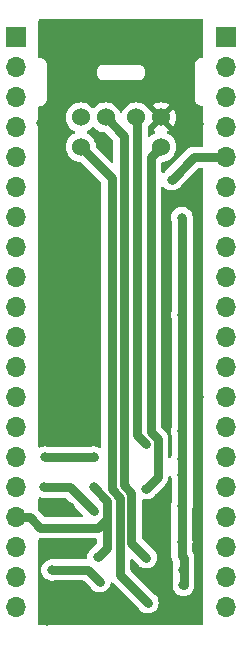
<source format=gbr>
%TF.GenerationSoftware,KiCad,Pcbnew,6.0.11+dfsg-1*%
%TF.CreationDate,2024-09-22T16:02:17-05:00*%
%TF.ProjectId,ps2_pico_hat,7073325f-7069-4636-9f5f-6861742e6b69,rev?*%
%TF.SameCoordinates,Original*%
%TF.FileFunction,Copper,L2,Bot*%
%TF.FilePolarity,Positive*%
%FSLAX46Y46*%
G04 Gerber Fmt 4.6, Leading zero omitted, Abs format (unit mm)*
G04 Created by KiCad (PCBNEW 6.0.11+dfsg-1) date 2024-09-22 16:02:17*
%MOMM*%
%LPD*%
G01*
G04 APERTURE LIST*
%TA.AperFunction,ComponentPad*%
%ADD10R,1.700000X1.700000*%
%TD*%
%TA.AperFunction,ComponentPad*%
%ADD11O,1.700000X1.700000*%
%TD*%
%TA.AperFunction,ComponentPad*%
%ADD12C,1.524000*%
%TD*%
%TA.AperFunction,ViaPad*%
%ADD13C,0.800000*%
%TD*%
%TA.AperFunction,Conductor*%
%ADD14C,0.750000*%
%TD*%
G04 APERTURE END LIST*
D10*
%TO.P,J1,1,Pin_1*%
%TO.N,unconnected-(J1-Pad1)*%
X99949000Y-80010000D03*
D11*
%TO.P,J1,2,Pin_2*%
%TO.N,unconnected-(J1-Pad2)*%
X99949000Y-82550000D03*
%TO.P,J1,3,GND*%
%TO.N,/GND*%
X99949000Y-85090000D03*
%TO.P,J1,4,Pin_4*%
%TO.N,unconnected-(J1-Pad4)*%
X99949000Y-87630000D03*
%TO.P,J1,5,Pin_5*%
%TO.N,unconnected-(J1-Pad5)*%
X99949000Y-90170000D03*
%TO.P,J1,6,Pin_6*%
%TO.N,unconnected-(J1-Pad6)*%
X99949000Y-92710000D03*
%TO.P,J1,7,Pin_7*%
%TO.N,unconnected-(J1-Pad7)*%
X99949000Y-95250000D03*
%TO.P,J1,8,GND*%
%TO.N,/GND*%
X99949000Y-97790000D03*
%TO.P,J1,9,Pin_9*%
%TO.N,unconnected-(J1-Pad9)*%
X99949000Y-100330000D03*
%TO.P,J1,10,Pin_10*%
%TO.N,unconnected-(J1-Pad10)*%
X99949000Y-102870000D03*
%TO.P,J1,11,Pin_11*%
%TO.N,unconnected-(J1-Pad11)*%
X99949000Y-105410000D03*
%TO.P,J1,12,Pin_12*%
%TO.N,unconnected-(J1-Pad12)*%
X99949000Y-107950000D03*
%TO.P,J1,13,GND*%
%TO.N,/GND*%
X99949000Y-110490000D03*
%TO.P,J1,14,Pin_14*%
%TO.N,unconnected-(J1-Pad14)*%
X99949000Y-113030000D03*
%TO.P,J1,15,Pin_15*%
%TO.N,/LV1*%
X99949000Y-115570000D03*
%TO.P,J1,16,Pin_16*%
%TO.N,/LV2*%
X99949000Y-118110000D03*
%TO.P,J1,17,LV*%
%TO.N,LV*%
X99949000Y-120650000D03*
%TO.P,J1,18,GND*%
%TO.N,/GND*%
X99949000Y-123190000D03*
%TO.P,J1,19,Pin_19*%
%TO.N,/LV3*%
X99949000Y-125730000D03*
%TO.P,J1,20,Pin_20*%
%TO.N,/LV4*%
X99949000Y-128270000D03*
%TD*%
%TO.P,J3,21,Pin_21*%
%TO.N,unconnected-(J3-Pad21)*%
X117729000Y-128270000D03*
%TO.P,J3,22,Pin_22*%
%TO.N,unconnected-(J3-Pad22)*%
X117729000Y-125730000D03*
%TO.P,J3,23,GND*%
%TO.N,/GND*%
X117729000Y-123190000D03*
%TO.P,J3,24,Pin_24*%
%TO.N,unconnected-(J3-Pad24)*%
X117729000Y-120650000D03*
%TO.P,J3,25,Pin_25*%
%TO.N,unconnected-(J3-Pad25)*%
X117729000Y-118110000D03*
%TO.P,J3,26,Pin_26*%
%TO.N,unconnected-(J3-Pad26)*%
X117729000Y-115570000D03*
%TO.P,J3,27,Pin_27*%
%TO.N,unconnected-(J3-Pad27)*%
X117729000Y-113030000D03*
%TO.P,J3,28,GND*%
%TO.N,/GND*%
X117729000Y-110490000D03*
%TO.P,J3,29,Pin_29*%
%TO.N,unconnected-(J3-Pad29)*%
X117729000Y-107950000D03*
%TO.P,J3,30,Pin_30*%
%TO.N,unconnected-(J3-Pad30)*%
X117729000Y-105410000D03*
%TO.P,J3,31,Pin_31*%
%TO.N,unconnected-(J3-Pad31)*%
X117729000Y-102870000D03*
%TO.P,J3,32,Pin_32*%
%TO.N,unconnected-(J3-Pad32)*%
X117729000Y-100330000D03*
%TO.P,J3,33,Pin_33*%
%TO.N,unconnected-(J3-Pad33)*%
X117729000Y-97790000D03*
%TO.P,J3,34,Pin_34*%
%TO.N,unconnected-(J3-Pad34)*%
X117729000Y-95250000D03*
%TO.P,J3,35,Pin_35*%
%TO.N,unconnected-(J3-Pad35)*%
X117729000Y-92710000D03*
%TO.P,J3,36,LV*%
%TO.N,LV*%
X117729000Y-90170000D03*
%TO.P,J3,37,Pin_37*%
%TO.N,unconnected-(J3-Pad37)*%
X117729000Y-87630000D03*
%TO.P,J3,38,GND*%
%TO.N,/GND*%
X117729000Y-85090000D03*
%TO.P,J3,39,Pin_39*%
%TO.N,unconnected-(J3-Pad39)*%
X117729000Y-82550000D03*
D10*
%TO.P,J3,40,Pin_40*%
%TO.N,HV*%
X117729000Y-80010000D03*
%TD*%
D12*
%TO.P,Mini-DIN-6,1*%
%TO.N,/HV3*%
X107550000Y-86800000D03*
%TO.P,Mini-DIN-6,2*%
%TO.N,/HV1*%
X110150000Y-86800000D03*
%TO.P,Mini-DIN-6,3*%
%TO.N,HV*%
X105450000Y-86800000D03*
%TO.P,Mini-DIN-6,4*%
%TO.N,/GND*%
X112250000Y-86800000D03*
%TO.P,Mini-DIN-6,5*%
%TO.N,/HV4*%
X105450000Y-89300000D03*
%TO.P,Mini-DIN-6,6*%
%TO.N,/HV2*%
X112250000Y-89300000D03*
%TD*%
D13*
%TO.N,/LV3*%
X103016500Y-125114500D03*
X107061000Y-126111000D03*
%TO.N,/GND*%
X115316000Y-121920000D03*
X115189000Y-129159000D03*
X107188000Y-88900000D03*
X111633000Y-84582000D03*
X102108000Y-87249000D03*
X115443000Y-110490000D03*
X110871000Y-125857000D03*
X115443000Y-87376000D03*
X102616000Y-129413000D03*
X102235000Y-123190000D03*
X102870000Y-97790000D03*
X102362000Y-110490000D03*
X106426000Y-104394000D03*
X106299000Y-111633000D03*
X104902000Y-92710000D03*
X113538000Y-79756000D03*
X103505000Y-80391000D03*
X104521000Y-119761000D03*
X104013000Y-126492000D03*
%TO.N,LV*%
X106553000Y-118110000D03*
X113157000Y-92075000D03*
X106911500Y-124056500D03*
%TO.N,/LV2*%
X106553000Y-120142000D03*
X102362000Y-118110000D03*
%TO.N,/LV1*%
X106553000Y-115570000D03*
X102401000Y-115570000D03*
%TO.N,/HV1*%
X110998000Y-114427000D03*
%TO.N,/HV2*%
X110998000Y-118237000D03*
%TO.N,/HV3*%
X110998000Y-124079000D03*
%TO.N,/HV4*%
X111125000Y-127889000D03*
%TO.N,HV*%
X114007000Y-122721000D03*
X114007000Y-117094000D03*
X114007000Y-119673000D03*
X114007000Y-113372000D03*
X114007000Y-95289000D03*
X114007000Y-103544000D03*
X114007000Y-115736000D03*
X114134000Y-126404000D03*
X114134000Y-125095000D03*
%TD*%
D14*
%TO.N,/LV3*%
X106064500Y-125114500D02*
X107061000Y-126111000D01*
X103016500Y-125114500D02*
X106064500Y-125114500D01*
%TO.N,LV*%
X115062000Y-90170000D02*
X117729000Y-90170000D01*
X102040081Y-121539000D02*
X106934000Y-121539000D01*
X106553000Y-118110000D02*
X107696000Y-119253000D01*
X107696000Y-123272000D02*
X106911500Y-124056500D01*
X107696000Y-121539000D02*
X107696000Y-123272000D01*
X107696000Y-119253000D02*
X107696000Y-121539000D01*
X101151081Y-120650000D02*
X102040081Y-121539000D01*
X113157000Y-92075000D02*
X115062000Y-90170000D01*
X99949000Y-120650000D02*
X101151081Y-120650000D01*
X106934000Y-121539000D02*
X107696000Y-120777000D01*
%TO.N,/LV2*%
X102362000Y-118110000D02*
X104521000Y-118110000D01*
X104521000Y-118110000D02*
X106553000Y-120142000D01*
%TO.N,/LV1*%
X106553000Y-115570000D02*
X102401000Y-115570000D01*
%TO.N,/HV1*%
X110300200Y-86950200D02*
X110150000Y-86800000D01*
X110998000Y-114427000D02*
X110236000Y-113665000D01*
X110236000Y-113665000D02*
X110236000Y-86886000D01*
X110236000Y-86886000D02*
X110150000Y-86800000D01*
%TO.N,/HV2*%
X111976200Y-114021816D02*
X111976200Y-117258800D01*
X111379000Y-113424616D02*
X111976200Y-114021816D01*
X111976200Y-117258800D02*
X110998000Y-118237000D01*
X112250000Y-89300000D02*
X111379000Y-90171000D01*
X111379000Y-90171000D02*
X111379000Y-113424616D01*
%TO.N,/HV3*%
X110998000Y-124079000D02*
X109729400Y-122810400D01*
X109093000Y-88343000D02*
X107550000Y-86800000D01*
X109729400Y-122810400D02*
X109729400Y-118590344D01*
X109093000Y-117953944D02*
X109093000Y-88343000D01*
X109729400Y-118590344D02*
X109093000Y-117953944D01*
%TO.N,/HV4*%
X111125000Y-127889000D02*
X108776200Y-125540200D01*
X108077000Y-118285972D02*
X108077000Y-91927000D01*
X108776200Y-118985172D02*
X108077000Y-118285972D01*
X108776200Y-125540200D02*
X108776200Y-118985172D01*
X108077000Y-91927000D02*
X105450000Y-89300000D01*
%TO.N,HV*%
X114046000Y-113333000D02*
X114007000Y-113372000D01*
X114007000Y-119673000D02*
X114007000Y-122721000D01*
X114046000Y-119634000D02*
X114007000Y-119673000D01*
X114046000Y-95377000D02*
X114046000Y-113333000D01*
X114173000Y-124079000D02*
X114173000Y-126365000D01*
X114173000Y-126365000D02*
X114134000Y-126404000D01*
X114007000Y-122721000D02*
X114007000Y-123913000D01*
X114007000Y-123913000D02*
X114173000Y-124079000D01*
X114046000Y-113411000D02*
X114046000Y-119634000D01*
X114007000Y-113372000D02*
X114046000Y-113411000D01*
%TD*%
%TA.AperFunction,Conductor*%
%TO.N,/GND*%
G36*
X115766121Y-91073502D02*
G01*
X115812614Y-91127158D01*
X115824000Y-91179500D01*
X115824000Y-129667500D01*
X115803998Y-129735621D01*
X115750342Y-129782114D01*
X115698000Y-129793500D01*
X101980000Y-129793500D01*
X101911879Y-129773498D01*
X101865386Y-129719842D01*
X101854000Y-129667500D01*
X101854000Y-125149687D01*
X101863606Y-125116973D01*
X101856056Y-125101980D01*
X101854000Y-125079313D01*
X101854000Y-122547746D01*
X101874002Y-122479625D01*
X101927658Y-122433132D01*
X101987124Y-122423434D01*
X101987200Y-122421983D01*
X101990502Y-122422156D01*
X101993775Y-122422500D01*
X102013636Y-122422500D01*
X102020231Y-122422673D01*
X102079983Y-122425805D01*
X102079987Y-122425805D01*
X102086574Y-122426150D01*
X102099828Y-122424051D01*
X102119537Y-122422500D01*
X106686500Y-122422500D01*
X106754621Y-122442502D01*
X106801114Y-122496158D01*
X106812500Y-122548500D01*
X106812500Y-122853853D01*
X106792498Y-122921974D01*
X106775595Y-122942948D01*
X106455957Y-123262586D01*
X106440923Y-123275427D01*
X106305591Y-123373751D01*
X106305589Y-123373753D01*
X106300247Y-123377634D01*
X106172460Y-123519556D01*
X106151711Y-123555494D01*
X106091297Y-123660135D01*
X106076973Y-123684944D01*
X106017958Y-123866572D01*
X106017268Y-123873133D01*
X106017268Y-123873135D01*
X106006135Y-123979059D01*
X105997996Y-124056500D01*
X105998686Y-124063065D01*
X105998686Y-124063066D01*
X106001709Y-124091831D01*
X105988936Y-124161669D01*
X105940434Y-124213515D01*
X105876399Y-124231000D01*
X103242847Y-124231000D01*
X103216650Y-124228247D01*
X103118444Y-124207372D01*
X103118439Y-124207372D01*
X103111987Y-124206000D01*
X102921013Y-124206000D01*
X102914561Y-124207372D01*
X102914556Y-124207372D01*
X102831696Y-124224985D01*
X102734212Y-124245706D01*
X102728182Y-124248391D01*
X102728181Y-124248391D01*
X102565778Y-124320697D01*
X102565776Y-124320698D01*
X102559748Y-124323382D01*
X102554407Y-124327262D01*
X102554406Y-124327263D01*
X102504343Y-124363636D01*
X102405247Y-124435634D01*
X102400826Y-124440544D01*
X102400825Y-124440545D01*
X102299406Y-124553183D01*
X102277460Y-124577556D01*
X102262747Y-124603040D01*
X102189184Y-124730455D01*
X102181973Y-124742944D01*
X102122958Y-124924572D01*
X102122268Y-124931133D01*
X102122268Y-124931135D01*
X102105310Y-125092483D01*
X102098142Y-125109904D01*
X102100896Y-125114189D01*
X102105310Y-125136517D01*
X102122958Y-125304428D01*
X102181973Y-125486056D01*
X102277460Y-125651444D01*
X102405247Y-125793366D01*
X102494983Y-125858563D01*
X102554123Y-125901531D01*
X102559748Y-125905618D01*
X102565776Y-125908302D01*
X102565778Y-125908303D01*
X102594458Y-125921072D01*
X102734212Y-125983294D01*
X102816350Y-126000753D01*
X102914556Y-126021628D01*
X102914561Y-126021628D01*
X102921013Y-126023000D01*
X103111987Y-126023000D01*
X103118439Y-126021628D01*
X103118444Y-126021628D01*
X103216650Y-126000753D01*
X103242847Y-125998000D01*
X105646351Y-125998000D01*
X105714472Y-126018002D01*
X105735446Y-126034904D01*
X106273994Y-126573451D01*
X106294018Y-126599547D01*
X106301706Y-126612862D01*
X106321960Y-126647944D01*
X106326378Y-126652851D01*
X106326379Y-126652852D01*
X106431203Y-126769271D01*
X106449747Y-126789866D01*
X106604248Y-126902118D01*
X106610276Y-126904802D01*
X106610278Y-126904803D01*
X106772681Y-126977109D01*
X106778712Y-126979794D01*
X106872112Y-126999647D01*
X106959056Y-127018128D01*
X106959061Y-127018128D01*
X106965513Y-127019500D01*
X107156487Y-127019500D01*
X107162939Y-127018128D01*
X107162944Y-127018128D01*
X107249888Y-126999647D01*
X107343288Y-126979794D01*
X107349319Y-126977109D01*
X107511722Y-126904803D01*
X107511724Y-126904802D01*
X107517752Y-126902118D01*
X107672253Y-126789866D01*
X107690797Y-126769271D01*
X107795621Y-126652852D01*
X107795622Y-126652851D01*
X107800040Y-126647944D01*
X107864466Y-126536355D01*
X107892223Y-126488279D01*
X107892224Y-126488278D01*
X107895527Y-126482556D01*
X107954542Y-126300928D01*
X107956159Y-126285550D01*
X107958175Y-126266364D01*
X107985189Y-126200708D01*
X108043411Y-126160079D01*
X108114356Y-126157376D01*
X108171658Y-126191931D01*
X108172442Y-126191060D01*
X108176962Y-126195130D01*
X108177120Y-126195225D01*
X108181766Y-126200385D01*
X108192626Y-126208275D01*
X108207654Y-126221112D01*
X110337992Y-128351449D01*
X110358016Y-128377544D01*
X110382658Y-128420226D01*
X110382661Y-128420231D01*
X110385960Y-128425944D01*
X110513747Y-128567866D01*
X110668248Y-128680118D01*
X110674276Y-128682802D01*
X110674278Y-128682803D01*
X110836681Y-128755109D01*
X110842712Y-128757794D01*
X110936113Y-128777647D01*
X111023056Y-128796128D01*
X111023061Y-128796128D01*
X111029513Y-128797500D01*
X111220487Y-128797500D01*
X111226939Y-128796128D01*
X111226944Y-128796128D01*
X111313887Y-128777647D01*
X111407288Y-128757794D01*
X111413319Y-128755109D01*
X111575722Y-128682803D01*
X111575724Y-128682802D01*
X111581752Y-128680118D01*
X111736253Y-128567866D01*
X111864040Y-128425944D01*
X111959527Y-128260556D01*
X112018542Y-128078928D01*
X112038504Y-127889000D01*
X112018542Y-127699072D01*
X111959527Y-127517444D01*
X111864040Y-127352056D01*
X111736253Y-127210134D01*
X111715586Y-127195118D01*
X111595576Y-127107926D01*
X111580542Y-127095085D01*
X109696605Y-125211147D01*
X109662579Y-125148835D01*
X109659700Y-125122052D01*
X109659700Y-124294348D01*
X109679702Y-124226227D01*
X109733358Y-124179734D01*
X109803632Y-124169630D01*
X109868212Y-124199124D01*
X109874795Y-124205253D01*
X110210994Y-124541452D01*
X110231018Y-124567547D01*
X110258960Y-124615944D01*
X110386747Y-124757866D01*
X110485843Y-124829864D01*
X110510280Y-124847618D01*
X110541248Y-124870118D01*
X110547276Y-124872802D01*
X110547278Y-124872803D01*
X110709681Y-124945109D01*
X110715712Y-124947794D01*
X110809112Y-124967647D01*
X110896056Y-124986128D01*
X110896061Y-124986128D01*
X110902513Y-124987500D01*
X111093487Y-124987500D01*
X111099939Y-124986128D01*
X111099944Y-124986128D01*
X111186888Y-124967647D01*
X111280288Y-124947794D01*
X111286319Y-124945109D01*
X111448722Y-124872803D01*
X111448724Y-124872802D01*
X111454752Y-124870118D01*
X111485721Y-124847618D01*
X111510157Y-124829864D01*
X111609253Y-124757866D01*
X111737040Y-124615944D01*
X111832527Y-124450556D01*
X111891542Y-124268928D01*
X111892315Y-124261579D01*
X111910814Y-124085565D01*
X111911504Y-124079000D01*
X111903868Y-124006346D01*
X111892232Y-123895635D01*
X111892232Y-123895633D01*
X111891542Y-123889072D01*
X111832527Y-123707444D01*
X111816233Y-123679221D01*
X111740341Y-123547774D01*
X111737040Y-123542056D01*
X111721930Y-123525274D01*
X111613675Y-123405045D01*
X111613674Y-123405044D01*
X111609253Y-123400134D01*
X111468578Y-123297927D01*
X111453545Y-123285087D01*
X110649805Y-122481347D01*
X110615779Y-122419035D01*
X110612900Y-122392252D01*
X110612900Y-119239538D01*
X110632902Y-119171417D01*
X110686558Y-119124924D01*
X110756832Y-119114820D01*
X110765092Y-119116290D01*
X110798233Y-119123334D01*
X110896056Y-119144128D01*
X110896061Y-119144128D01*
X110902513Y-119145500D01*
X111093487Y-119145500D01*
X111099939Y-119144128D01*
X111099944Y-119144128D01*
X111190289Y-119124924D01*
X111280288Y-119105794D01*
X111286319Y-119103109D01*
X111448722Y-119030803D01*
X111448724Y-119030802D01*
X111454752Y-119028118D01*
X111469879Y-119017128D01*
X111565567Y-118947606D01*
X111609253Y-118915866D01*
X111737040Y-118773944D01*
X111764982Y-118725548D01*
X111785004Y-118699454D01*
X112544745Y-117939712D01*
X112559781Y-117926870D01*
X112570634Y-117918985D01*
X112615095Y-117869606D01*
X112619636Y-117864821D01*
X112633672Y-117850785D01*
X112646169Y-117835353D01*
X112650453Y-117830338D01*
X112690483Y-117785880D01*
X112690487Y-117785875D01*
X112694904Y-117780969D01*
X112701612Y-117769351D01*
X112712807Y-117753063D01*
X112717090Y-117747774D01*
X112717091Y-117747773D01*
X112721248Y-117742639D01*
X112751414Y-117683434D01*
X112754537Y-117677681D01*
X112787764Y-117620131D01*
X112789806Y-117613847D01*
X112789808Y-117613842D01*
X112791908Y-117607379D01*
X112799472Y-117589117D01*
X112802563Y-117583051D01*
X112802566Y-117583042D01*
X112805562Y-117577163D01*
X112815130Y-117541454D01*
X112822756Y-117512996D01*
X112824622Y-117506694D01*
X112845154Y-117443502D01*
X112846555Y-117430172D01*
X112850158Y-117410729D01*
X112853630Y-117397771D01*
X112854143Y-117387996D01*
X112856279Y-117347227D01*
X112857107Y-117331428D01*
X112857624Y-117324859D01*
X112859700Y-117305106D01*
X112859700Y-117285245D01*
X112859873Y-117278650D01*
X112860273Y-117271018D01*
X112883813Y-117204038D01*
X112939828Y-117160417D01*
X113010535Y-117154005D01*
X113073483Y-117186838D01*
X113108688Y-117248491D01*
X113111410Y-117264441D01*
X113113458Y-117283928D01*
X113148344Y-117391296D01*
X113156333Y-117415883D01*
X113162500Y-117454819D01*
X113162500Y-119312181D01*
X113156333Y-119351117D01*
X113113458Y-119483072D01*
X113112768Y-119489633D01*
X113112768Y-119489635D01*
X113101789Y-119594098D01*
X113093496Y-119673000D01*
X113094186Y-119679565D01*
X113108119Y-119812126D01*
X113113458Y-119862928D01*
X113115498Y-119869206D01*
X113117333Y-119874854D01*
X113123500Y-119913790D01*
X113123500Y-122480210D01*
X113117333Y-122519146D01*
X113113458Y-122531072D01*
X113112768Y-122537633D01*
X113112768Y-122537635D01*
X113111626Y-122548500D01*
X113093496Y-122721000D01*
X113113458Y-122910928D01*
X113115498Y-122917206D01*
X113117333Y-122922854D01*
X113123500Y-122961790D01*
X113123500Y-123833543D01*
X113121949Y-123853255D01*
X113119850Y-123866507D01*
X113120195Y-123873094D01*
X113120195Y-123873098D01*
X113123327Y-123932850D01*
X113123500Y-123939445D01*
X113123500Y-123959306D01*
X113123844Y-123962577D01*
X113125576Y-123979059D01*
X113126093Y-123985633D01*
X113128560Y-124032694D01*
X113129570Y-124051971D01*
X113133042Y-124064929D01*
X113136645Y-124084372D01*
X113138046Y-124097702D01*
X113158578Y-124160894D01*
X113160444Y-124167196D01*
X113172856Y-124213515D01*
X113177638Y-124231363D01*
X113180634Y-124237242D01*
X113180637Y-124237251D01*
X113183728Y-124243317D01*
X113191292Y-124261579D01*
X113193392Y-124268043D01*
X113193395Y-124268051D01*
X113195436Y-124274331D01*
X113198738Y-124280050D01*
X113198740Y-124280055D01*
X113228654Y-124331867D01*
X113231787Y-124337637D01*
X113261953Y-124396839D01*
X113266109Y-124401971D01*
X113269172Y-124406688D01*
X113289500Y-124475313D01*
X113289500Y-124734181D01*
X113283333Y-124773117D01*
X113240458Y-124905072D01*
X113239768Y-124911633D01*
X113239768Y-124911635D01*
X113229021Y-125013885D01*
X113220496Y-125095000D01*
X113221186Y-125101565D01*
X113228825Y-125174242D01*
X113240458Y-125284928D01*
X113255079Y-125329926D01*
X113283333Y-125416883D01*
X113289500Y-125455819D01*
X113289500Y-126043181D01*
X113283333Y-126082117D01*
X113240458Y-126214072D01*
X113239768Y-126220633D01*
X113239768Y-126220635D01*
X113228789Y-126325098D01*
X113220496Y-126404000D01*
X113221186Y-126410565D01*
X113239539Y-126585181D01*
X113240458Y-126593928D01*
X113299473Y-126775556D01*
X113302776Y-126781278D01*
X113302777Y-126781279D01*
X113307735Y-126789866D01*
X113394960Y-126940944D01*
X113399378Y-126945851D01*
X113399379Y-126945852D01*
X113431176Y-126981166D01*
X113522747Y-127082866D01*
X113677248Y-127195118D01*
X113683276Y-127197802D01*
X113683278Y-127197803D01*
X113845681Y-127270109D01*
X113851712Y-127272794D01*
X113945113Y-127292647D01*
X114032056Y-127311128D01*
X114032061Y-127311128D01*
X114038513Y-127312500D01*
X114229487Y-127312500D01*
X114235939Y-127311128D01*
X114235944Y-127311128D01*
X114322887Y-127292647D01*
X114416288Y-127272794D01*
X114422319Y-127270109D01*
X114584722Y-127197803D01*
X114584724Y-127197802D01*
X114590752Y-127195118D01*
X114745253Y-127082866D01*
X114836824Y-126981166D01*
X114868621Y-126945852D01*
X114868622Y-126945851D01*
X114873040Y-126940944D01*
X114960265Y-126789866D01*
X114965223Y-126781279D01*
X114965224Y-126781278D01*
X114968527Y-126775556D01*
X114984406Y-126726685D01*
X114984498Y-126726445D01*
X114984564Y-126726331D01*
X114985323Y-126723996D01*
X114988708Y-126713579D01*
X114996272Y-126695317D01*
X114999365Y-126689245D01*
X115002362Y-126683363D01*
X115019559Y-126619183D01*
X115021424Y-126612888D01*
X115041954Y-126549702D01*
X115042644Y-126543133D01*
X115042646Y-126543126D01*
X115043358Y-126536355D01*
X115046958Y-126516926D01*
X115050429Y-126503971D01*
X115051552Y-126482556D01*
X115053905Y-126437652D01*
X115054422Y-126431078D01*
X115056156Y-126414577D01*
X115056500Y-126411306D01*
X115056500Y-126391426D01*
X115056673Y-126384831D01*
X115059804Y-126325098D01*
X115059804Y-126325094D01*
X115060149Y-126318507D01*
X115058051Y-126305260D01*
X115056500Y-126285550D01*
X115056500Y-124158450D01*
X115058051Y-124138739D01*
X115059117Y-124132009D01*
X115060149Y-124125493D01*
X115059022Y-124103975D01*
X115056673Y-124059168D01*
X115056500Y-124052574D01*
X115056500Y-124032694D01*
X115054422Y-124012920D01*
X115053905Y-124006346D01*
X115050775Y-123946627D01*
X115050775Y-123946626D01*
X115050429Y-123940028D01*
X115048719Y-123933646D01*
X115048718Y-123933639D01*
X115046958Y-123927069D01*
X115043356Y-123907635D01*
X115042645Y-123900870D01*
X115042645Y-123900869D01*
X115041954Y-123894298D01*
X115021427Y-123831122D01*
X115019555Y-123824803D01*
X115004071Y-123767013D01*
X115004069Y-123767008D01*
X115002362Y-123760637D01*
X114999366Y-123754756D01*
X114999364Y-123754752D01*
X114996272Y-123748683D01*
X114988708Y-123730421D01*
X114986605Y-123723949D01*
X114986603Y-123723945D01*
X114984564Y-123717669D01*
X114978661Y-123707444D01*
X114951347Y-123660135D01*
X114948199Y-123654338D01*
X114918047Y-123595160D01*
X114913889Y-123590025D01*
X114910827Y-123585310D01*
X114890500Y-123516686D01*
X114890500Y-122961790D01*
X114896667Y-122922854D01*
X114898502Y-122917206D01*
X114900542Y-122910928D01*
X114920504Y-122721000D01*
X114902374Y-122548500D01*
X114901232Y-122537635D01*
X114901232Y-122537633D01*
X114900542Y-122531072D01*
X114896667Y-122519146D01*
X114890500Y-122480210D01*
X114890500Y-119913920D01*
X114896667Y-119874985D01*
X114896710Y-119874854D01*
X114914954Y-119818702D01*
X114915644Y-119812133D01*
X114915646Y-119812126D01*
X114916358Y-119805355D01*
X114919958Y-119785926D01*
X114923429Y-119772971D01*
X114923960Y-119762850D01*
X114926905Y-119706652D01*
X114927422Y-119700078D01*
X114929156Y-119683577D01*
X114929500Y-119680306D01*
X114929500Y-119660426D01*
X114929673Y-119653831D01*
X114932804Y-119594098D01*
X114932804Y-119594094D01*
X114933149Y-119587507D01*
X114931051Y-119574260D01*
X114929500Y-119554550D01*
X114929500Y-113490450D01*
X114931051Y-113470739D01*
X114932117Y-113464009D01*
X114933149Y-113457493D01*
X114931835Y-113432407D01*
X114929673Y-113391169D01*
X114929500Y-113384574D01*
X114929500Y-113359426D01*
X114929673Y-113352831D01*
X114932804Y-113293098D01*
X114932804Y-113293094D01*
X114933149Y-113286507D01*
X114931051Y-113273260D01*
X114929500Y-113253550D01*
X114929500Y-95330694D01*
X114914954Y-95192298D01*
X114912916Y-95186027D01*
X114912914Y-95186016D01*
X114912227Y-95183903D01*
X114906750Y-95158138D01*
X114901232Y-95105635D01*
X114901232Y-95105633D01*
X114900542Y-95099072D01*
X114841527Y-94917444D01*
X114746040Y-94752056D01*
X114618253Y-94610134D01*
X114463752Y-94497882D01*
X114457724Y-94495198D01*
X114457722Y-94495197D01*
X114295319Y-94422891D01*
X114295318Y-94422891D01*
X114289288Y-94420206D01*
X114195887Y-94400353D01*
X114108944Y-94381872D01*
X114108939Y-94381872D01*
X114102487Y-94380500D01*
X113911513Y-94380500D01*
X113905061Y-94381872D01*
X113905056Y-94381872D01*
X113818113Y-94400353D01*
X113724712Y-94420206D01*
X113718682Y-94422891D01*
X113718681Y-94422891D01*
X113556278Y-94495197D01*
X113556276Y-94495198D01*
X113550248Y-94497882D01*
X113395747Y-94610134D01*
X113267960Y-94752056D01*
X113172473Y-94917444D01*
X113113458Y-95099072D01*
X113093496Y-95289000D01*
X113113458Y-95478928D01*
X113115498Y-95485206D01*
X113156333Y-95610883D01*
X113162500Y-95649819D01*
X113162500Y-103183181D01*
X113156333Y-103222117D01*
X113113458Y-103354072D01*
X113093496Y-103544000D01*
X113113458Y-103733928D01*
X113115498Y-103740206D01*
X113156333Y-103865883D01*
X113162500Y-103904819D01*
X113162500Y-113011181D01*
X113156333Y-113050117D01*
X113113458Y-113182072D01*
X113112768Y-113188633D01*
X113112768Y-113188635D01*
X113094818Y-113359426D01*
X113093496Y-113372000D01*
X113094186Y-113378565D01*
X113110941Y-113537977D01*
X113113458Y-113561928D01*
X113115498Y-113568206D01*
X113156333Y-113693883D01*
X113162500Y-113732819D01*
X113162500Y-115375181D01*
X113156333Y-115414117D01*
X113113458Y-115546072D01*
X113112769Y-115552631D01*
X113112768Y-115552634D01*
X113111010Y-115569364D01*
X113083997Y-115635020D01*
X113025775Y-115675650D01*
X112954830Y-115678353D01*
X112893686Y-115642271D01*
X112861756Y-115578860D01*
X112859700Y-115556193D01*
X112859700Y-114101266D01*
X112861251Y-114081555D01*
X112862317Y-114074825D01*
X112863349Y-114068309D01*
X112859873Y-114001985D01*
X112859700Y-113995390D01*
X112859700Y-113975510D01*
X112857621Y-113955728D01*
X112857105Y-113949164D01*
X112853975Y-113889443D01*
X112853975Y-113889441D01*
X112853629Y-113882845D01*
X112850158Y-113869890D01*
X112846558Y-113850461D01*
X112845846Y-113843690D01*
X112845844Y-113843683D01*
X112845154Y-113837114D01*
X112824624Y-113773928D01*
X112822758Y-113767629D01*
X112807269Y-113709824D01*
X112805562Y-113703453D01*
X112800686Y-113693883D01*
X112799472Y-113691499D01*
X112791908Y-113673237D01*
X112789808Y-113666773D01*
X112789805Y-113666765D01*
X112787764Y-113660485D01*
X112784462Y-113654766D01*
X112784460Y-113654761D01*
X112754546Y-113602949D01*
X112751413Y-113597179D01*
X112721247Y-113537977D01*
X112712809Y-113527557D01*
X112701611Y-113511264D01*
X112701409Y-113510913D01*
X112694904Y-113499647D01*
X112690487Y-113494741D01*
X112690483Y-113494736D01*
X112650453Y-113450278D01*
X112646169Y-113445262D01*
X112635759Y-113432407D01*
X112635756Y-113432404D01*
X112633672Y-113429830D01*
X112619627Y-113415785D01*
X112615086Y-113411000D01*
X112575056Y-113366542D01*
X112575055Y-113366541D01*
X112570634Y-113361631D01*
X112559774Y-113353741D01*
X112544746Y-113340904D01*
X112299405Y-113095563D01*
X112265379Y-113033251D01*
X112262500Y-113006468D01*
X112262500Y-92767529D01*
X112282502Y-92699408D01*
X112336158Y-92652915D01*
X112406432Y-92642811D01*
X112471012Y-92672305D01*
X112482130Y-92683212D01*
X112545747Y-92753866D01*
X112700248Y-92866118D01*
X112706276Y-92868802D01*
X112706278Y-92868803D01*
X112868681Y-92941109D01*
X112874712Y-92943794D01*
X112968113Y-92963647D01*
X113055056Y-92982128D01*
X113055061Y-92982128D01*
X113061513Y-92983500D01*
X113252487Y-92983500D01*
X113258939Y-92982128D01*
X113258944Y-92982128D01*
X113345888Y-92963647D01*
X113439288Y-92943794D01*
X113445319Y-92941109D01*
X113607722Y-92868803D01*
X113607724Y-92868802D01*
X113613752Y-92866118D01*
X113768253Y-92753866D01*
X113896040Y-92611944D01*
X113923982Y-92563546D01*
X113944007Y-92537450D01*
X115391052Y-91090405D01*
X115453364Y-91056379D01*
X115480147Y-91053500D01*
X115698000Y-91053500D01*
X115766121Y-91073502D01*
G37*
%TD.AperFunction*%
%TA.AperFunction,Conductor*%
G36*
X102031249Y-118957217D02*
G01*
X102079712Y-118978794D01*
X102161850Y-118996253D01*
X102260056Y-119017128D01*
X102260061Y-119017128D01*
X102266513Y-119018500D01*
X102457487Y-119018500D01*
X102463939Y-119017128D01*
X102463944Y-119017128D01*
X102562150Y-118996253D01*
X102588347Y-118993500D01*
X104102852Y-118993500D01*
X104170973Y-119013502D01*
X104191947Y-119030405D01*
X105601947Y-120440405D01*
X105635973Y-120502717D01*
X105630908Y-120573532D01*
X105588361Y-120630368D01*
X105521841Y-120655179D01*
X105512852Y-120655500D01*
X102458229Y-120655500D01*
X102390108Y-120635498D01*
X102369133Y-120618595D01*
X101890904Y-120140365D01*
X101856879Y-120078053D01*
X101854000Y-120051270D01*
X101854000Y-119072324D01*
X101874002Y-119004203D01*
X101927658Y-118957710D01*
X101997932Y-118947606D01*
X102031249Y-118957217D01*
G37*
%TD.AperFunction*%
%TA.AperFunction,Conductor*%
G36*
X115766121Y-78506502D02*
G01*
X115812614Y-78560158D01*
X115824000Y-78612500D01*
X115824000Y-81665500D01*
X115803998Y-81733621D01*
X115750342Y-81780114D01*
X115698000Y-81791500D01*
X115658623Y-81791500D01*
X115657853Y-81791498D01*
X115657037Y-81791493D01*
X115580279Y-81791024D01*
X115557918Y-81797415D01*
X115551847Y-81799150D01*
X115535085Y-81802728D01*
X115505813Y-81806920D01*
X115497645Y-81810634D01*
X115497644Y-81810634D01*
X115482438Y-81817548D01*
X115464914Y-81823996D01*
X115440229Y-81831051D01*
X115432635Y-81835843D01*
X115432632Y-81835844D01*
X115415220Y-81846830D01*
X115400137Y-81854969D01*
X115373218Y-81867208D01*
X115366416Y-81873069D01*
X115353765Y-81883970D01*
X115338761Y-81895073D01*
X115317042Y-81908776D01*
X115311103Y-81915501D01*
X115311099Y-81915504D01*
X115297468Y-81930938D01*
X115285276Y-81942982D01*
X115269673Y-81956427D01*
X115269671Y-81956430D01*
X115262873Y-81962287D01*
X115257993Y-81969816D01*
X115257992Y-81969817D01*
X115248906Y-81983835D01*
X115237615Y-81998709D01*
X115226569Y-82011217D01*
X115220622Y-82017951D01*
X115214312Y-82031391D01*
X115208058Y-82044711D01*
X115199737Y-82059691D01*
X115188529Y-82076983D01*
X115188527Y-82076988D01*
X115183648Y-82084515D01*
X115181078Y-82093108D01*
X115181076Y-82093113D01*
X115176289Y-82109120D01*
X115169628Y-82126564D01*
X115162533Y-82141676D01*
X115158719Y-82149800D01*
X115157338Y-82158667D01*
X115157338Y-82158668D01*
X115154170Y-82179015D01*
X115150387Y-82195732D01*
X115144485Y-82215466D01*
X115144484Y-82215472D01*
X115141914Y-82224066D01*
X115141859Y-82233037D01*
X115141859Y-82233038D01*
X115141704Y-82258497D01*
X115141671Y-82259289D01*
X115141500Y-82260386D01*
X115141500Y-82291377D01*
X115141498Y-82292147D01*
X115141080Y-82360634D01*
X115141024Y-82369721D01*
X115141408Y-82371065D01*
X115141500Y-82372410D01*
X115141500Y-85291377D01*
X115141498Y-85292147D01*
X115141024Y-85369721D01*
X115143491Y-85378352D01*
X115149150Y-85398153D01*
X115152728Y-85414915D01*
X115156920Y-85444187D01*
X115160634Y-85452355D01*
X115160634Y-85452356D01*
X115167548Y-85467562D01*
X115173996Y-85485086D01*
X115181051Y-85509771D01*
X115185843Y-85517365D01*
X115185844Y-85517368D01*
X115196830Y-85534780D01*
X115204969Y-85549863D01*
X115217208Y-85576782D01*
X115223069Y-85583584D01*
X115233970Y-85596235D01*
X115245073Y-85611239D01*
X115258776Y-85632958D01*
X115265501Y-85638897D01*
X115265504Y-85638901D01*
X115280938Y-85652532D01*
X115292982Y-85664724D01*
X115306427Y-85680327D01*
X115306430Y-85680329D01*
X115312287Y-85687127D01*
X115319816Y-85692007D01*
X115319817Y-85692008D01*
X115333835Y-85701094D01*
X115348709Y-85712385D01*
X115361217Y-85723431D01*
X115367951Y-85729378D01*
X115394711Y-85741942D01*
X115409691Y-85750263D01*
X115426983Y-85761471D01*
X115426988Y-85761473D01*
X115434515Y-85766352D01*
X115443108Y-85768922D01*
X115443113Y-85768924D01*
X115459120Y-85773711D01*
X115476564Y-85780372D01*
X115491676Y-85787467D01*
X115491678Y-85787468D01*
X115499800Y-85791281D01*
X115508667Y-85792662D01*
X115508668Y-85792662D01*
X115511353Y-85793080D01*
X115529017Y-85795830D01*
X115545732Y-85799613D01*
X115565466Y-85805515D01*
X115565472Y-85805516D01*
X115574066Y-85808086D01*
X115583037Y-85808141D01*
X115583038Y-85808141D01*
X115593097Y-85808202D01*
X115608506Y-85808296D01*
X115609289Y-85808329D01*
X115610386Y-85808500D01*
X115641377Y-85808500D01*
X115642147Y-85808502D01*
X115698770Y-85808848D01*
X115766767Y-85829266D01*
X115812931Y-85883205D01*
X115824000Y-85934846D01*
X115824000Y-89160500D01*
X115803998Y-89228621D01*
X115750342Y-89275114D01*
X115698000Y-89286500D01*
X115141457Y-89286500D01*
X115121745Y-89284949D01*
X115115008Y-89283882D01*
X115115009Y-89283882D01*
X115108493Y-89282850D01*
X115101906Y-89283195D01*
X115101902Y-89283195D01*
X115042150Y-89286327D01*
X115035555Y-89286500D01*
X115015694Y-89286500D01*
X114995931Y-89288577D01*
X114989372Y-89289093D01*
X114973573Y-89289921D01*
X114929623Y-89292224D01*
X114929619Y-89292225D01*
X114923029Y-89292570D01*
X114910071Y-89296042D01*
X114890628Y-89299645D01*
X114877298Y-89301046D01*
X114814106Y-89321578D01*
X114807804Y-89323444D01*
X114806431Y-89323812D01*
X114743637Y-89340638D01*
X114737758Y-89343634D01*
X114737749Y-89343637D01*
X114731683Y-89346728D01*
X114713421Y-89354292D01*
X114706957Y-89356392D01*
X114706949Y-89356395D01*
X114700669Y-89358436D01*
X114694950Y-89361738D01*
X114694945Y-89361740D01*
X114643133Y-89391654D01*
X114637363Y-89394787D01*
X114578161Y-89424953D01*
X114568309Y-89432931D01*
X114567742Y-89433390D01*
X114551446Y-89444590D01*
X114545546Y-89447996D01*
X114545543Y-89447998D01*
X114539831Y-89451296D01*
X114534926Y-89455712D01*
X114534921Y-89455716D01*
X114490453Y-89495754D01*
X114485443Y-89500034D01*
X114470015Y-89512528D01*
X114455979Y-89526564D01*
X114451194Y-89531105D01*
X114401815Y-89575566D01*
X114397935Y-89580906D01*
X114397928Y-89580914D01*
X114393927Y-89586422D01*
X114381086Y-89601457D01*
X112701455Y-91281087D01*
X112686422Y-91293927D01*
X112545747Y-91396134D01*
X112482134Y-91466783D01*
X112421690Y-91504021D01*
X112350706Y-91502669D01*
X112291722Y-91463155D01*
X112263464Y-91398025D01*
X112262500Y-91382471D01*
X112262500Y-90689718D01*
X112282502Y-90621597D01*
X112336158Y-90575104D01*
X112377518Y-90564197D01*
X112418270Y-90560632D01*
X112471463Y-90555978D01*
X112615051Y-90517503D01*
X112680886Y-90499863D01*
X112680888Y-90499862D01*
X112686196Y-90498440D01*
X112691178Y-90496117D01*
X112882690Y-90406814D01*
X112882695Y-90406811D01*
X112887677Y-90404488D01*
X112989505Y-90333187D01*
X113065270Y-90280136D01*
X113065273Y-90280134D01*
X113069781Y-90276977D01*
X113226977Y-90119781D01*
X113256835Y-90077140D01*
X113351331Y-89942185D01*
X113351332Y-89942183D01*
X113354488Y-89937676D01*
X113356811Y-89932694D01*
X113356814Y-89932689D01*
X113446117Y-89741178D01*
X113446118Y-89741177D01*
X113448440Y-89736196D01*
X113505978Y-89521463D01*
X113525353Y-89300000D01*
X113505978Y-89078537D01*
X113448440Y-88863804D01*
X113400571Y-88761148D01*
X113356814Y-88667311D01*
X113356811Y-88667306D01*
X113354488Y-88662324D01*
X113226977Y-88480219D01*
X113069781Y-88323023D01*
X113065273Y-88319866D01*
X113065270Y-88319864D01*
X112989505Y-88266813D01*
X112887677Y-88195512D01*
X112882695Y-88193189D01*
X112882690Y-88193186D01*
X112819926Y-88163919D01*
X112766641Y-88117001D01*
X112747180Y-88048724D01*
X112767722Y-87980764D01*
X112819926Y-87935529D01*
X112882445Y-87906376D01*
X112891931Y-87900898D01*
X112935764Y-87870207D01*
X112944139Y-87859729D01*
X112937071Y-87846281D01*
X112262812Y-87172022D01*
X112248868Y-87164408D01*
X112247035Y-87164539D01*
X112240420Y-87168790D01*
X111562207Y-87847003D01*
X111555777Y-87858777D01*
X111565074Y-87870793D01*
X111608069Y-87900898D01*
X111617555Y-87906376D01*
X111680075Y-87935529D01*
X111733360Y-87982446D01*
X111752821Y-88050723D01*
X111732279Y-88118683D01*
X111680075Y-88163919D01*
X111617311Y-88193186D01*
X111617306Y-88193189D01*
X111612324Y-88195512D01*
X111607817Y-88198668D01*
X111607815Y-88198669D01*
X111434730Y-88319864D01*
X111434727Y-88319866D01*
X111430219Y-88323023D01*
X111334595Y-88418647D01*
X111272283Y-88452673D01*
X111201468Y-88447608D01*
X111144632Y-88405061D01*
X111119821Y-88338541D01*
X111119500Y-88329552D01*
X111119500Y-87670187D01*
X111142287Y-87597916D01*
X111251377Y-87442119D01*
X111265495Y-87425295D01*
X111877978Y-86812812D01*
X111884356Y-86801132D01*
X112614408Y-86801132D01*
X112614539Y-86802965D01*
X112618790Y-86809580D01*
X113297003Y-87487793D01*
X113308777Y-87494223D01*
X113320793Y-87484926D01*
X113350897Y-87441932D01*
X113356377Y-87432441D01*
X113445645Y-87241007D01*
X113449391Y-87230715D01*
X113504059Y-87026691D01*
X113505962Y-87015896D01*
X113524372Y-86805475D01*
X113524372Y-86794525D01*
X113505962Y-86584104D01*
X113504059Y-86573309D01*
X113449391Y-86369285D01*
X113445645Y-86358993D01*
X113356377Y-86167559D01*
X113350897Y-86158068D01*
X113320206Y-86114235D01*
X113309729Y-86105860D01*
X113296282Y-86112928D01*
X112622022Y-86787188D01*
X112614408Y-86801132D01*
X111884356Y-86801132D01*
X111885592Y-86798868D01*
X111885461Y-86797035D01*
X111881210Y-86790420D01*
X111265495Y-86174705D01*
X111251377Y-86157881D01*
X111130136Y-85984730D01*
X111130134Y-85984727D01*
X111126977Y-85980219D01*
X110969781Y-85823023D01*
X110965273Y-85819866D01*
X110965270Y-85819864D01*
X110881876Y-85761471D01*
X110851599Y-85740271D01*
X111555860Y-85740271D01*
X111562928Y-85753718D01*
X112237188Y-86427978D01*
X112251132Y-86435592D01*
X112252965Y-86435461D01*
X112259580Y-86431210D01*
X112937793Y-85752997D01*
X112944223Y-85741223D01*
X112934926Y-85729207D01*
X112891931Y-85699102D01*
X112882445Y-85693624D01*
X112691007Y-85604355D01*
X112680715Y-85600609D01*
X112476691Y-85545941D01*
X112465896Y-85544038D01*
X112255475Y-85525628D01*
X112244525Y-85525628D01*
X112034104Y-85544038D01*
X112023309Y-85545941D01*
X111819285Y-85600609D01*
X111808993Y-85604355D01*
X111617559Y-85693623D01*
X111608068Y-85699103D01*
X111564235Y-85729794D01*
X111555860Y-85740271D01*
X110851599Y-85740271D01*
X110787677Y-85695512D01*
X110782695Y-85693189D01*
X110782690Y-85693186D01*
X110591178Y-85603883D01*
X110591177Y-85603882D01*
X110586196Y-85601560D01*
X110580888Y-85600138D01*
X110580886Y-85600137D01*
X110463222Y-85568609D01*
X110371463Y-85544022D01*
X110150000Y-85524647D01*
X109928537Y-85544022D01*
X109836778Y-85568609D01*
X109719114Y-85600137D01*
X109719112Y-85600138D01*
X109713804Y-85601560D01*
X109708823Y-85603882D01*
X109708822Y-85603883D01*
X109517311Y-85693186D01*
X109517306Y-85693189D01*
X109512324Y-85695512D01*
X109507817Y-85698668D01*
X109507815Y-85698669D01*
X109334730Y-85819864D01*
X109334727Y-85819866D01*
X109330219Y-85823023D01*
X109173023Y-85980219D01*
X109169866Y-85984727D01*
X109169864Y-85984730D01*
X109100000Y-86084507D01*
X109045512Y-86162324D01*
X109043189Y-86167306D01*
X109043186Y-86167311D01*
X108964195Y-86336708D01*
X108917277Y-86389993D01*
X108849000Y-86409454D01*
X108781040Y-86388912D01*
X108735805Y-86336708D01*
X108656814Y-86167311D01*
X108656811Y-86167306D01*
X108654488Y-86162324D01*
X108600000Y-86084507D01*
X108530136Y-85984730D01*
X108530134Y-85984727D01*
X108526977Y-85980219D01*
X108369781Y-85823023D01*
X108365273Y-85819866D01*
X108365270Y-85819864D01*
X108281876Y-85761471D01*
X108187677Y-85695512D01*
X108182695Y-85693189D01*
X108182690Y-85693186D01*
X107991178Y-85603883D01*
X107991177Y-85603882D01*
X107986196Y-85601560D01*
X107980888Y-85600138D01*
X107980886Y-85600137D01*
X107863222Y-85568609D01*
X107771463Y-85544022D01*
X107550000Y-85524647D01*
X107328537Y-85544022D01*
X107236778Y-85568609D01*
X107119114Y-85600137D01*
X107119112Y-85600138D01*
X107113804Y-85601560D01*
X107108823Y-85603882D01*
X107108822Y-85603883D01*
X106917311Y-85693186D01*
X106917306Y-85693189D01*
X106912324Y-85695512D01*
X106907817Y-85698668D01*
X106907815Y-85698669D01*
X106734730Y-85819864D01*
X106734727Y-85819866D01*
X106730219Y-85823023D01*
X106589095Y-85964147D01*
X106526783Y-85998173D01*
X106455968Y-85993108D01*
X106410905Y-85964147D01*
X106269781Y-85823023D01*
X106265273Y-85819866D01*
X106265270Y-85819864D01*
X106181876Y-85761471D01*
X106087677Y-85695512D01*
X106082695Y-85693189D01*
X106082690Y-85693186D01*
X105891178Y-85603883D01*
X105891177Y-85603882D01*
X105886196Y-85601560D01*
X105880888Y-85600138D01*
X105880886Y-85600137D01*
X105763222Y-85568609D01*
X105671463Y-85544022D01*
X105450000Y-85524647D01*
X105228537Y-85544022D01*
X105136778Y-85568609D01*
X105019114Y-85600137D01*
X105019112Y-85600138D01*
X105013804Y-85601560D01*
X105008823Y-85603882D01*
X105008822Y-85603883D01*
X104817311Y-85693186D01*
X104817306Y-85693189D01*
X104812324Y-85695512D01*
X104807817Y-85698668D01*
X104807815Y-85698669D01*
X104634730Y-85819864D01*
X104634727Y-85819866D01*
X104630219Y-85823023D01*
X104473023Y-85980219D01*
X104469866Y-85984727D01*
X104469864Y-85984730D01*
X104400000Y-86084507D01*
X104345512Y-86162324D01*
X104343189Y-86167306D01*
X104343186Y-86167311D01*
X104264195Y-86336708D01*
X104251560Y-86363804D01*
X104194022Y-86578537D01*
X104174647Y-86800000D01*
X104194022Y-87021463D01*
X104251560Y-87236196D01*
X104253882Y-87241177D01*
X104253883Y-87241178D01*
X104343186Y-87432689D01*
X104343189Y-87432694D01*
X104345512Y-87437676D01*
X104348668Y-87442183D01*
X104348669Y-87442185D01*
X104460452Y-87601827D01*
X104473023Y-87619781D01*
X104630219Y-87776977D01*
X104634727Y-87780134D01*
X104634730Y-87780136D01*
X104710495Y-87833187D01*
X104812323Y-87904488D01*
X104817305Y-87906811D01*
X104817310Y-87906814D01*
X104879483Y-87935805D01*
X104932768Y-87982722D01*
X104952229Y-88050999D01*
X104931687Y-88118959D01*
X104879483Y-88164195D01*
X104817311Y-88193186D01*
X104817306Y-88193189D01*
X104812324Y-88195512D01*
X104807817Y-88198668D01*
X104807815Y-88198669D01*
X104634730Y-88319864D01*
X104634727Y-88319866D01*
X104630219Y-88323023D01*
X104473023Y-88480219D01*
X104345512Y-88662324D01*
X104343189Y-88667306D01*
X104343186Y-88667311D01*
X104299429Y-88761148D01*
X104251560Y-88863804D01*
X104194022Y-89078537D01*
X104174647Y-89300000D01*
X104194022Y-89521463D01*
X104251560Y-89736196D01*
X104253882Y-89741177D01*
X104253883Y-89741178D01*
X104343186Y-89932689D01*
X104343189Y-89932694D01*
X104345512Y-89937676D01*
X104348668Y-89942183D01*
X104348669Y-89942185D01*
X104443166Y-90077140D01*
X104473023Y-90119781D01*
X104630219Y-90276977D01*
X104634727Y-90280134D01*
X104634730Y-90280136D01*
X104710495Y-90333187D01*
X104812323Y-90404488D01*
X104817305Y-90406811D01*
X104817310Y-90406814D01*
X105008822Y-90496117D01*
X105013804Y-90498440D01*
X105019112Y-90499862D01*
X105019114Y-90499863D01*
X105084949Y-90517503D01*
X105228537Y-90555978D01*
X105386999Y-90569841D01*
X105432693Y-90573839D01*
X105498812Y-90599702D01*
X105510807Y-90610265D01*
X107156595Y-92256053D01*
X107190621Y-92318365D01*
X107193500Y-92345148D01*
X107193500Y-114667527D01*
X107173498Y-114735648D01*
X107119842Y-114782141D01*
X107049568Y-114792245D01*
X107009913Y-114778520D01*
X107009752Y-114778882D01*
X106835288Y-114701206D01*
X106741887Y-114681353D01*
X106654944Y-114662872D01*
X106654939Y-114662872D01*
X106648487Y-114661500D01*
X106457513Y-114661500D01*
X106451061Y-114662872D01*
X106451056Y-114662872D01*
X106352850Y-114683747D01*
X106326653Y-114686500D01*
X102627347Y-114686500D01*
X102601150Y-114683747D01*
X102502944Y-114662872D01*
X102502939Y-114662872D01*
X102496487Y-114661500D01*
X102305513Y-114661500D01*
X102299061Y-114662872D01*
X102299056Y-114662872D01*
X102212113Y-114681353D01*
X102118712Y-114701206D01*
X102112682Y-114703891D01*
X102112681Y-114703891D01*
X102031249Y-114740147D01*
X101960882Y-114749581D01*
X101896585Y-114719475D01*
X101858771Y-114659386D01*
X101854000Y-114625040D01*
X101854000Y-85934500D01*
X101874002Y-85866379D01*
X101927658Y-85819886D01*
X101980000Y-85808500D01*
X102041377Y-85808500D01*
X102042148Y-85808502D01*
X102119721Y-85808976D01*
X102148152Y-85800850D01*
X102164915Y-85797272D01*
X102165753Y-85797152D01*
X102194187Y-85793080D01*
X102217564Y-85782451D01*
X102235087Y-85776004D01*
X102259771Y-85768949D01*
X102267365Y-85764157D01*
X102267368Y-85764156D01*
X102284780Y-85753170D01*
X102299865Y-85745030D01*
X102326782Y-85732792D01*
X102346235Y-85716030D01*
X102361239Y-85704927D01*
X102382958Y-85691224D01*
X102388897Y-85684499D01*
X102388901Y-85684496D01*
X102402532Y-85669062D01*
X102414724Y-85657018D01*
X102430327Y-85643573D01*
X102430329Y-85643570D01*
X102437127Y-85637713D01*
X102451094Y-85616165D01*
X102462385Y-85601291D01*
X102473431Y-85588783D01*
X102473432Y-85588782D01*
X102479378Y-85582049D01*
X102491943Y-85555287D01*
X102500263Y-85540309D01*
X102511471Y-85523017D01*
X102511473Y-85523012D01*
X102516352Y-85515485D01*
X102518922Y-85506892D01*
X102518924Y-85506887D01*
X102523711Y-85490880D01*
X102530372Y-85473436D01*
X102537467Y-85458324D01*
X102537468Y-85458322D01*
X102541281Y-85450200D01*
X102545830Y-85420983D01*
X102549613Y-85404268D01*
X102555515Y-85384534D01*
X102555516Y-85384528D01*
X102558086Y-85375934D01*
X102558296Y-85341494D01*
X102558329Y-85340711D01*
X102558500Y-85339614D01*
X102558500Y-85308623D01*
X102558502Y-85307853D01*
X102558952Y-85234215D01*
X102558952Y-85234214D01*
X102558976Y-85230279D01*
X102558592Y-85228935D01*
X102558500Y-85227590D01*
X102558500Y-83219721D01*
X106841024Y-83219721D01*
X106843491Y-83228352D01*
X106849150Y-83248153D01*
X106852728Y-83264915D01*
X106856920Y-83294187D01*
X106860634Y-83302355D01*
X106860634Y-83302356D01*
X106867548Y-83317562D01*
X106873996Y-83335086D01*
X106881051Y-83359771D01*
X106885843Y-83367365D01*
X106885844Y-83367368D01*
X106896830Y-83384780D01*
X106904969Y-83399863D01*
X106917208Y-83426782D01*
X106923069Y-83433584D01*
X106933970Y-83446235D01*
X106945073Y-83461239D01*
X106958776Y-83482958D01*
X106965501Y-83488897D01*
X106965504Y-83488901D01*
X106980938Y-83502532D01*
X106992982Y-83514724D01*
X107006427Y-83530327D01*
X107006430Y-83530329D01*
X107012287Y-83537127D01*
X107019816Y-83542007D01*
X107019817Y-83542008D01*
X107033835Y-83551094D01*
X107048709Y-83562385D01*
X107061217Y-83573431D01*
X107067951Y-83579378D01*
X107094711Y-83591942D01*
X107109691Y-83600263D01*
X107126983Y-83611471D01*
X107126988Y-83611473D01*
X107134515Y-83616352D01*
X107143108Y-83618922D01*
X107143113Y-83618924D01*
X107159120Y-83623711D01*
X107176564Y-83630372D01*
X107191676Y-83637467D01*
X107191678Y-83637468D01*
X107199800Y-83641281D01*
X107208667Y-83642662D01*
X107208668Y-83642662D01*
X107211353Y-83643080D01*
X107229017Y-83645830D01*
X107245732Y-83649613D01*
X107265466Y-83655515D01*
X107265472Y-83655516D01*
X107274066Y-83658086D01*
X107283037Y-83658141D01*
X107283038Y-83658141D01*
X107293097Y-83658202D01*
X107308506Y-83658296D01*
X107309289Y-83658329D01*
X107310386Y-83658500D01*
X107341377Y-83658500D01*
X107342147Y-83658502D01*
X107415785Y-83658952D01*
X107415786Y-83658952D01*
X107419721Y-83658976D01*
X107421065Y-83658592D01*
X107422410Y-83658500D01*
X110341377Y-83658500D01*
X110342148Y-83658502D01*
X110419721Y-83658976D01*
X110448152Y-83650850D01*
X110464915Y-83647272D01*
X110465753Y-83647152D01*
X110494187Y-83643080D01*
X110517564Y-83632451D01*
X110535087Y-83626004D01*
X110559771Y-83618949D01*
X110567365Y-83614157D01*
X110567368Y-83614156D01*
X110584780Y-83603170D01*
X110599865Y-83595030D01*
X110626782Y-83582792D01*
X110646235Y-83566030D01*
X110661239Y-83554927D01*
X110682958Y-83541224D01*
X110688897Y-83534499D01*
X110688901Y-83534496D01*
X110702532Y-83519062D01*
X110714724Y-83507018D01*
X110730327Y-83493573D01*
X110730329Y-83493570D01*
X110737127Y-83487713D01*
X110751094Y-83466165D01*
X110762385Y-83451291D01*
X110773431Y-83438783D01*
X110773432Y-83438782D01*
X110779378Y-83432049D01*
X110791943Y-83405287D01*
X110800263Y-83390309D01*
X110811471Y-83373017D01*
X110811473Y-83373012D01*
X110816352Y-83365485D01*
X110818922Y-83356892D01*
X110818924Y-83356887D01*
X110823711Y-83340880D01*
X110830372Y-83323436D01*
X110837467Y-83308324D01*
X110837468Y-83308322D01*
X110841281Y-83300200D01*
X110845830Y-83270983D01*
X110849613Y-83254268D01*
X110855515Y-83234534D01*
X110855516Y-83234528D01*
X110858086Y-83225934D01*
X110858296Y-83191494D01*
X110858329Y-83190711D01*
X110858500Y-83189614D01*
X110858500Y-83158623D01*
X110858502Y-83157853D01*
X110858952Y-83084215D01*
X110858952Y-83084214D01*
X110858976Y-83080279D01*
X110858592Y-83078935D01*
X110858500Y-83077590D01*
X110858500Y-82858623D01*
X110858502Y-82857853D01*
X110858800Y-82809102D01*
X110858976Y-82780279D01*
X110850850Y-82751847D01*
X110847272Y-82735085D01*
X110844352Y-82714698D01*
X110843080Y-82705813D01*
X110832451Y-82682436D01*
X110826004Y-82664913D01*
X110821416Y-82648862D01*
X110818949Y-82640229D01*
X110814156Y-82632632D01*
X110803170Y-82615220D01*
X110795030Y-82600135D01*
X110792564Y-82594711D01*
X110782792Y-82573218D01*
X110766030Y-82553765D01*
X110754927Y-82538761D01*
X110741224Y-82517042D01*
X110734499Y-82511103D01*
X110734496Y-82511099D01*
X110719062Y-82497468D01*
X110707018Y-82485276D01*
X110693573Y-82469673D01*
X110693570Y-82469671D01*
X110687713Y-82462873D01*
X110674009Y-82453990D01*
X110666165Y-82448906D01*
X110651291Y-82437615D01*
X110638783Y-82426569D01*
X110638782Y-82426568D01*
X110632049Y-82420622D01*
X110605287Y-82408057D01*
X110590309Y-82399737D01*
X110573017Y-82388529D01*
X110573012Y-82388527D01*
X110565485Y-82383648D01*
X110556892Y-82381078D01*
X110556887Y-82381076D01*
X110540880Y-82376289D01*
X110523436Y-82369628D01*
X110508324Y-82362533D01*
X110508322Y-82362532D01*
X110500200Y-82358719D01*
X110491333Y-82357338D01*
X110491332Y-82357338D01*
X110480478Y-82355648D01*
X110470983Y-82354170D01*
X110454268Y-82350387D01*
X110434534Y-82344485D01*
X110434528Y-82344484D01*
X110425934Y-82341914D01*
X110416963Y-82341859D01*
X110416962Y-82341859D01*
X110406903Y-82341798D01*
X110391494Y-82341704D01*
X110390711Y-82341671D01*
X110389614Y-82341500D01*
X110358623Y-82341500D01*
X110357853Y-82341498D01*
X110284215Y-82341048D01*
X110284214Y-82341048D01*
X110280279Y-82341024D01*
X110278935Y-82341408D01*
X110277590Y-82341500D01*
X107358623Y-82341500D01*
X107357853Y-82341498D01*
X107357037Y-82341493D01*
X107280279Y-82341024D01*
X107257918Y-82347415D01*
X107251847Y-82349150D01*
X107235085Y-82352728D01*
X107205813Y-82356920D01*
X107197645Y-82360634D01*
X107197644Y-82360634D01*
X107182438Y-82367548D01*
X107164914Y-82373996D01*
X107140229Y-82381051D01*
X107132635Y-82385843D01*
X107132632Y-82385844D01*
X107115220Y-82396830D01*
X107100137Y-82404969D01*
X107073218Y-82417208D01*
X107066416Y-82423069D01*
X107053765Y-82433970D01*
X107038761Y-82445073D01*
X107017042Y-82458776D01*
X107011103Y-82465501D01*
X107011099Y-82465504D01*
X106997468Y-82480938D01*
X106985276Y-82492982D01*
X106969673Y-82506427D01*
X106969671Y-82506430D01*
X106962873Y-82512287D01*
X106957993Y-82519816D01*
X106957992Y-82519817D01*
X106948906Y-82533835D01*
X106937615Y-82548709D01*
X106926569Y-82561217D01*
X106920622Y-82567951D01*
X106914312Y-82581391D01*
X106908058Y-82594711D01*
X106899737Y-82609691D01*
X106888529Y-82626983D01*
X106888527Y-82626988D01*
X106883648Y-82634515D01*
X106881078Y-82643108D01*
X106881076Y-82643113D01*
X106876289Y-82659120D01*
X106869628Y-82676564D01*
X106862533Y-82691676D01*
X106858719Y-82699800D01*
X106857338Y-82708667D01*
X106857338Y-82708668D01*
X106854170Y-82729015D01*
X106850387Y-82745732D01*
X106844485Y-82765466D01*
X106844484Y-82765472D01*
X106841914Y-82774066D01*
X106841859Y-82783037D01*
X106841859Y-82783038D01*
X106841704Y-82808497D01*
X106841671Y-82809289D01*
X106841500Y-82810386D01*
X106841500Y-82841377D01*
X106841498Y-82842147D01*
X106841024Y-82919721D01*
X106841408Y-82921065D01*
X106841500Y-82922410D01*
X106841500Y-83141377D01*
X106841498Y-83142147D01*
X106841024Y-83219721D01*
X102558500Y-83219721D01*
X102558500Y-82308623D01*
X102558502Y-82307853D01*
X102558800Y-82259102D01*
X102558976Y-82230279D01*
X102550850Y-82201847D01*
X102547272Y-82185085D01*
X102544352Y-82164698D01*
X102543080Y-82155813D01*
X102532451Y-82132436D01*
X102526004Y-82114913D01*
X102521416Y-82098862D01*
X102518949Y-82090229D01*
X102514156Y-82082632D01*
X102503170Y-82065220D01*
X102495030Y-82050135D01*
X102492564Y-82044711D01*
X102482792Y-82023218D01*
X102466030Y-82003765D01*
X102454927Y-81988761D01*
X102441224Y-81967042D01*
X102434499Y-81961103D01*
X102434496Y-81961099D01*
X102419062Y-81947468D01*
X102407018Y-81935276D01*
X102393573Y-81919673D01*
X102393570Y-81919671D01*
X102387713Y-81912873D01*
X102374009Y-81903990D01*
X102366165Y-81898906D01*
X102351291Y-81887615D01*
X102338783Y-81876569D01*
X102338782Y-81876568D01*
X102332049Y-81870622D01*
X102305287Y-81858057D01*
X102290309Y-81849737D01*
X102273017Y-81838529D01*
X102273012Y-81838527D01*
X102265485Y-81833648D01*
X102256892Y-81831078D01*
X102256887Y-81831076D01*
X102240880Y-81826289D01*
X102223436Y-81819628D01*
X102208324Y-81812533D01*
X102208322Y-81812532D01*
X102200200Y-81808719D01*
X102191333Y-81807338D01*
X102191332Y-81807338D01*
X102180478Y-81805648D01*
X102170983Y-81804170D01*
X102154268Y-81800387D01*
X102134534Y-81794485D01*
X102134528Y-81794484D01*
X102125934Y-81791914D01*
X102116963Y-81791859D01*
X102116962Y-81791859D01*
X102106903Y-81791798D01*
X102091494Y-81791704D01*
X102090711Y-81791671D01*
X102089614Y-81791500D01*
X102058623Y-81791500D01*
X102057853Y-81791498D01*
X101980279Y-81791024D01*
X101980301Y-81787469D01*
X101926928Y-81779447D01*
X101873570Y-81732613D01*
X101854000Y-81665170D01*
X101854000Y-78612500D01*
X101874002Y-78544379D01*
X101927658Y-78497886D01*
X101980000Y-78486500D01*
X115698000Y-78486500D01*
X115766121Y-78506502D01*
G37*
%TD.AperFunction*%
%TA.AperFunction,Conductor*%
G36*
X106544032Y-87606892D02*
G01*
X106589095Y-87635853D01*
X106730219Y-87776977D01*
X106734727Y-87780134D01*
X106734730Y-87780136D01*
X106810495Y-87833187D01*
X106912323Y-87904488D01*
X106917305Y-87906811D01*
X106917310Y-87906814D01*
X107108822Y-87996117D01*
X107113804Y-87998440D01*
X107119112Y-87999862D01*
X107119114Y-87999863D01*
X107184949Y-88017503D01*
X107328537Y-88055978D01*
X107466087Y-88068012D01*
X107532692Y-88073839D01*
X107598811Y-88099702D01*
X107610806Y-88110264D01*
X108172595Y-88672052D01*
X108206620Y-88734365D01*
X108209500Y-88761148D01*
X108209500Y-90505852D01*
X108189498Y-90573973D01*
X108135842Y-90620466D01*
X108065568Y-90630570D01*
X108000988Y-90601076D01*
X107994405Y-90594947D01*
X106760265Y-89360807D01*
X106726239Y-89298495D01*
X106723839Y-89282693D01*
X106719108Y-89228621D01*
X106705978Y-89078537D01*
X106648440Y-88863804D01*
X106600571Y-88761148D01*
X106556814Y-88667311D01*
X106556811Y-88667306D01*
X106554488Y-88662324D01*
X106426977Y-88480219D01*
X106269781Y-88323023D01*
X106265273Y-88319866D01*
X106265270Y-88319864D01*
X106189505Y-88266813D01*
X106087677Y-88195512D01*
X106082695Y-88193189D01*
X106082690Y-88193186D01*
X106020517Y-88164195D01*
X105967232Y-88117278D01*
X105947771Y-88049001D01*
X105968313Y-87981041D01*
X106020517Y-87935805D01*
X106082690Y-87906814D01*
X106082695Y-87906811D01*
X106087677Y-87904488D01*
X106189505Y-87833187D01*
X106265270Y-87780136D01*
X106265273Y-87780134D01*
X106269781Y-87776977D01*
X106410905Y-87635853D01*
X106473217Y-87601827D01*
X106544032Y-87606892D01*
G37*
%TD.AperFunction*%
%TD*%
M02*

</source>
